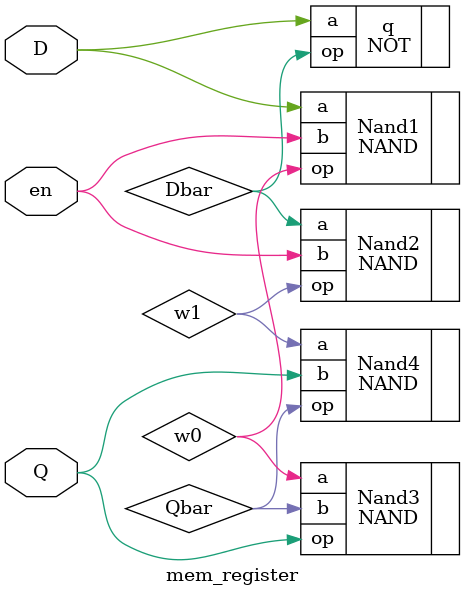
<source format=v>
`timescale 1ns / 1ps

module mem_register(
    input D,
    input en,
    inout Q
    );
      wire w1,w0,Qbar;
      NOT q(.a(D), .op(Dbar) );
      NAND Nand1(.a(D), .b(en), .op(w0));
     NAND Nand2(.a(Dbar), .b(en), .op(w1));
     NAND Nand3(.a(w0), .b(Qbar), .op(Q));
     NAND Nand4(.a(w1), .b(Q), .op(Qbar));
endmodule

</source>
